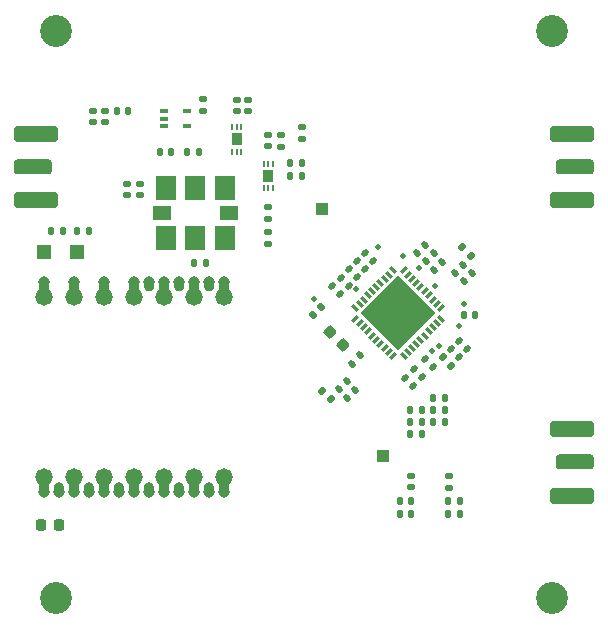
<source format=gts>
%TF.GenerationSoftware,KiCad,Pcbnew,9.0.0*%
%TF.CreationDate,2025-03-30T18:56:19-05:00*%
%TF.ProjectId,radar-synth,72616461-722d-4737-996e-74682e6b6963,rev?*%
%TF.SameCoordinates,Original*%
%TF.FileFunction,Soldermask,Top*%
%TF.FilePolarity,Negative*%
%FSLAX45Y45*%
G04 Gerber Fmt 4.5, Leading zero omitted, Abs format (unit mm)*
G04 Created by KiCad (PCBNEW 9.0.0) date 2025-03-30 18:56:19*
%MOMM*%
%LPD*%
G01*
G04 APERTURE LIST*
G04 Aperture macros list*
%AMRoundRect*
0 Rectangle with rounded corners*
0 $1 Rounding radius*
0 $2 $3 $4 $5 $6 $7 $8 $9 X,Y pos of 4 corners*
0 Add a 4 corners polygon primitive as box body*
4,1,4,$2,$3,$4,$5,$6,$7,$8,$9,$2,$3,0*
0 Add four circle primitives for the rounded corners*
1,1,$1+$1,$2,$3*
1,1,$1+$1,$4,$5*
1,1,$1+$1,$6,$7*
1,1,$1+$1,$8,$9*
0 Add four rect primitives between the rounded corners*
20,1,$1+$1,$2,$3,$4,$5,0*
20,1,$1+$1,$4,$5,$6,$7,0*
20,1,$1+$1,$6,$7,$8,$9,0*
20,1,$1+$1,$8,$9,$2,$3,0*%
%AMRotRect*
0 Rectangle, with rotation*
0 The origin of the aperture is its center*
0 $1 length*
0 $2 width*
0 $3 Rotation angle, in degrees counterclockwise*
0 Add horizontal line*
21,1,$1,$2,0,0,$3*%
G04 Aperture macros list end*
%ADD10C,0.000000*%
%ADD11RoundRect,0.140000X0.219203X0.021213X0.021213X0.219203X-0.219203X-0.021213X-0.021213X-0.219203X0*%
%ADD12RoundRect,0.140000X-0.140000X-0.170000X0.140000X-0.170000X0.140000X0.170000X-0.140000X0.170000X0*%
%ADD13RoundRect,0.140000X0.021213X-0.219203X0.219203X-0.021213X-0.021213X0.219203X-0.219203X0.021213X0*%
%ADD14RoundRect,0.140000X0.140000X0.170000X-0.140000X0.170000X-0.140000X-0.170000X0.140000X-0.170000X0*%
%ADD15RoundRect,0.140000X-0.219203X-0.021213X-0.021213X-0.219203X0.219203X0.021213X0.021213X0.219203X0*%
%ADD16C,2.700000*%
%ADD17R,1.000000X1.000000*%
%ADD18RoundRect,0.135000X0.185000X-0.135000X0.185000X0.135000X-0.185000X0.135000X-0.185000X-0.135000X0*%
%ADD19R,1.700000X2.150000*%
%ADD20R,1.550000X1.300000*%
%ADD21RoundRect,0.140000X0.170000X-0.140000X0.170000X0.140000X-0.170000X0.140000X-0.170000X-0.140000X0*%
%ADD22RoundRect,0.140000X-0.021213X0.219203X-0.219203X0.021213X0.021213X-0.219203X0.219203X-0.021213X0*%
%ADD23RoundRect,0.250000X1.350000X-0.385000X1.350000X0.385000X-1.350000X0.385000X-1.350000X-0.385000X0*%
%ADD24RoundRect,0.250000X1.600000X-0.425000X1.600000X0.425000X-1.600000X0.425000X-1.600000X-0.425000X0*%
%ADD25RoundRect,0.147500X-0.147500X-0.172500X0.147500X-0.172500X0.147500X0.172500X-0.147500X0.172500X0*%
%ADD26RoundRect,0.250000X-1.350000X0.385000X-1.350000X-0.385000X1.350000X-0.385000X1.350000X0.385000X0*%
%ADD27RoundRect,0.250000X-1.600000X0.425000X-1.600000X-0.425000X1.600000X-0.425000X1.600000X0.425000X0*%
%ADD28RoundRect,0.140000X-0.170000X0.140000X-0.170000X-0.140000X0.170000X-0.140000X0.170000X0.140000X0*%
%ADD29C,0.976200*%
%ADD30C,1.476200*%
%ADD31RoundRect,0.135000X-0.226274X-0.035355X-0.035355X-0.226274X0.226274X0.035355X0.035355X0.226274X0*%
%ADD32R,0.203200X0.609600*%
%ADD33R,0.889000X1.092200*%
%ADD34RotRect,0.249999X0.599999X135.000000*%
%ADD35RotRect,0.249999X0.599999X45.000000*%
%ADD36RotRect,4.500001X4.500001X45.000000*%
%ADD37C,0.499999*%
%ADD38RoundRect,0.147500X0.172500X-0.147500X0.172500X0.147500X-0.172500X0.147500X-0.172500X-0.147500X0*%
%ADD39R,1.200000X1.200000*%
%ADD40RoundRect,0.135000X-0.135000X-0.185000X0.135000X-0.185000X0.135000X0.185000X-0.135000X0.185000X0*%
%ADD41RoundRect,0.135000X0.135000X0.185000X-0.135000X0.185000X-0.135000X-0.185000X0.135000X-0.185000X0*%
%ADD42RoundRect,0.225000X0.335876X0.017678X0.017678X0.335876X-0.335876X-0.017678X-0.017678X-0.335876X0*%
%ADD43RoundRect,0.218750X-0.218750X-0.256250X0.218750X-0.256250X0.218750X0.256250X-0.218750X0.256250X0*%
%ADD44RoundRect,0.135000X0.035355X-0.226274X0.226274X-0.035355X-0.035355X0.226274X-0.226274X0.035355X0*%
%ADD45RoundRect,0.100000X-0.225000X-0.100000X0.225000X-0.100000X0.225000X0.100000X-0.225000X0.100000X0*%
%ADD46C,0.500000*%
G04 APERTURE END LIST*
%TO.C,U3*%
G36*
X13845180Y-7704280D02*
G01*
X13754820Y-7704280D01*
X13754820Y-7617920D01*
X13845180Y-7617920D01*
X13845180Y-7704280D01*
G37*
G36*
X13845180Y-9406080D02*
G01*
X13754820Y-9406080D01*
X13754820Y-9319720D01*
X13845180Y-9319720D01*
X13845180Y-9406080D01*
G37*
G36*
X14099180Y-7704280D02*
G01*
X14008820Y-7704280D01*
X14008820Y-7617920D01*
X14099180Y-7617920D01*
X14099180Y-7704280D01*
G37*
G36*
X14099180Y-9406080D02*
G01*
X14008820Y-9406080D01*
X14008820Y-9319720D01*
X14099180Y-9319720D01*
X14099180Y-9406080D01*
G37*
G36*
X14353180Y-7704280D02*
G01*
X14262820Y-7704280D01*
X14262820Y-7617920D01*
X14353180Y-7617920D01*
X14353180Y-7704280D01*
G37*
G36*
X14353180Y-9406080D02*
G01*
X14262820Y-9406080D01*
X14262820Y-9319720D01*
X14353180Y-9319720D01*
X14353180Y-9406080D01*
G37*
G36*
X14607180Y-7704280D02*
G01*
X14516820Y-7704280D01*
X14516820Y-7617920D01*
X14607180Y-7617920D01*
X14607180Y-7704280D01*
G37*
G36*
X14607180Y-9406080D02*
G01*
X14516820Y-9406080D01*
X14516820Y-9319720D01*
X14607180Y-9319720D01*
X14607180Y-9406080D01*
G37*
G36*
X14861180Y-7704280D02*
G01*
X14770820Y-7704280D01*
X14770820Y-7617920D01*
X14861180Y-7617920D01*
X14861180Y-7704280D01*
G37*
G36*
X14861180Y-9406080D02*
G01*
X14770820Y-9406080D01*
X14770820Y-9319720D01*
X14861180Y-9319720D01*
X14861180Y-9406080D01*
G37*
G36*
X15115180Y-7704280D02*
G01*
X15024820Y-7704280D01*
X15024820Y-7617920D01*
X15115180Y-7617920D01*
X15115180Y-7704280D01*
G37*
G36*
X15115180Y-9406080D02*
G01*
X15024820Y-9406080D01*
X15024820Y-9319720D01*
X15115180Y-9319720D01*
X15115180Y-9406080D01*
G37*
G36*
X15369180Y-7704280D02*
G01*
X15278820Y-7704280D01*
X15278820Y-7617920D01*
X15369180Y-7617920D01*
X15369180Y-7704280D01*
G37*
G36*
X15369180Y-9406080D02*
G01*
X15278820Y-9406080D01*
X15278820Y-9319720D01*
X15369180Y-9319720D01*
X15369180Y-9406080D01*
G37*
D10*
G36*
X13942363Y-9321773D02*
G01*
X13954418Y-9327916D01*
X13964278Y-9337776D01*
X13972180Y-9362095D01*
X13972180Y-9406080D01*
X13881820Y-9406080D01*
X13881820Y-9362500D01*
X13883873Y-9349537D01*
X13890015Y-9337482D01*
X13899876Y-9327622D01*
X13924195Y-9319720D01*
X13929400Y-9319720D01*
X13942363Y-9321773D01*
G37*
G36*
X14196363Y-9321773D02*
G01*
X14208418Y-9327916D01*
X14218278Y-9337776D01*
X14226180Y-9362095D01*
X14226180Y-9406080D01*
X14135820Y-9406080D01*
X14135820Y-9362500D01*
X14137873Y-9349537D01*
X14144015Y-9337482D01*
X14153876Y-9327622D01*
X14178195Y-9319720D01*
X14183400Y-9319720D01*
X14196363Y-9321773D01*
G37*
G36*
X14450363Y-9321773D02*
G01*
X14462418Y-9327916D01*
X14472278Y-9337776D01*
X14480180Y-9362095D01*
X14480180Y-9406080D01*
X14389820Y-9406080D01*
X14389820Y-9362500D01*
X14391873Y-9349537D01*
X14398015Y-9337482D01*
X14407876Y-9327622D01*
X14432195Y-9319720D01*
X14437400Y-9319720D01*
X14450363Y-9321773D01*
G37*
G36*
X14704363Y-9321773D02*
G01*
X14716418Y-9327916D01*
X14726278Y-9337776D01*
X14734180Y-9362095D01*
X14734180Y-9406080D01*
X14643820Y-9406080D01*
X14643820Y-9362500D01*
X14645873Y-9349537D01*
X14652015Y-9337482D01*
X14661876Y-9327622D01*
X14686195Y-9319720D01*
X14691400Y-9319720D01*
X14704363Y-9321773D01*
G37*
G36*
X14734180Y-7661500D02*
G01*
X14732127Y-7674463D01*
X14725984Y-7686518D01*
X14716124Y-7696378D01*
X14691805Y-7704280D01*
X14686600Y-7704280D01*
X14673637Y-7702227D01*
X14661582Y-7696084D01*
X14651722Y-7686224D01*
X14643820Y-7661905D01*
X14643820Y-7617920D01*
X14734180Y-7617920D01*
X14734180Y-7661500D01*
G37*
G36*
X14958363Y-9321773D02*
G01*
X14970418Y-9327916D01*
X14980278Y-9337776D01*
X14988180Y-9362095D01*
X14988180Y-9406080D01*
X14897820Y-9406080D01*
X14897820Y-9362500D01*
X14899873Y-9349537D01*
X14906015Y-9337482D01*
X14915876Y-9327622D01*
X14940195Y-9319720D01*
X14945400Y-9319720D01*
X14958363Y-9321773D01*
G37*
G36*
X14988180Y-7661500D02*
G01*
X14986127Y-7674463D01*
X14979984Y-7686518D01*
X14970124Y-7696378D01*
X14945805Y-7704280D01*
X14940600Y-7704280D01*
X14927637Y-7702227D01*
X14915582Y-7696084D01*
X14905722Y-7686224D01*
X14897820Y-7661905D01*
X14897820Y-7617920D01*
X14988180Y-7617920D01*
X14988180Y-7661500D01*
G37*
G36*
X15212363Y-9321773D02*
G01*
X15224418Y-9327916D01*
X15234278Y-9337776D01*
X15242180Y-9362095D01*
X15242180Y-9406080D01*
X15151820Y-9406080D01*
X15151820Y-9362500D01*
X15153873Y-9349537D01*
X15160015Y-9337482D01*
X15169876Y-9327622D01*
X15194195Y-9319720D01*
X15199400Y-9319720D01*
X15212363Y-9321773D01*
G37*
G36*
X15242180Y-7661500D02*
G01*
X15240127Y-7674463D01*
X15233984Y-7686518D01*
X15224124Y-7696378D01*
X15199805Y-7704280D01*
X15194600Y-7704280D01*
X15181637Y-7702227D01*
X15169582Y-7696084D01*
X15159722Y-7686224D01*
X15151820Y-7661905D01*
X15151820Y-7617920D01*
X15242180Y-7617920D01*
X15242180Y-7661500D01*
G37*
%TD*%
D11*
%TO.C,C6*%
X16448941Y-7583941D03*
X16381059Y-7516059D03*
%TD*%
D12*
%TO.C,C41*%
X17224000Y-9590000D03*
X17320000Y-9590000D03*
%TD*%
D13*
%TO.C,C21*%
X17356059Y-7613941D03*
X17423941Y-7546059D03*
%TD*%
D14*
%TO.C,C4*%
X16908000Y-9590000D03*
X16812000Y-9590000D03*
%TD*%
D15*
%TO.C,C14*%
X16931059Y-8361059D03*
X16998941Y-8428941D03*
%TD*%
D13*
%TO.C,C16*%
X16296059Y-8533941D03*
X16363941Y-8466059D03*
%TD*%
D16*
%TO.C,H1*%
X13900000Y-5500000D03*
%TD*%
D17*
%TO.C,TP1*%
X16150000Y-7010000D03*
%TD*%
D11*
%TO.C,C27*%
X16518941Y-7513941D03*
X16451059Y-7446059D03*
%TD*%
D18*
%TO.C,R23*%
X15700000Y-7091000D03*
X15700000Y-6989000D03*
%TD*%
D15*
%TO.C,C22*%
X17246059Y-8191059D03*
X17313941Y-8258941D03*
%TD*%
D16*
%TO.C,H3*%
X18100000Y-10300000D03*
%TD*%
D19*
%TO.C,U5*%
X14830000Y-7250000D03*
X15080000Y-7250000D03*
X15330000Y-7250000D03*
X15330000Y-6830000D03*
X15080000Y-6830000D03*
X14830000Y-6830000D03*
D20*
X14795000Y-7040000D03*
X15365000Y-7040000D03*
%TD*%
D21*
%TO.C,C38*%
X14316000Y-6270000D03*
X14316000Y-6174000D03*
%TD*%
D22*
%TO.C,C18*%
X16473941Y-8246059D03*
X16406059Y-8313941D03*
%TD*%
D23*
%TO.C,J4*%
X18296000Y-6650000D03*
D24*
X18271000Y-6367500D03*
X18271000Y-6932500D03*
%TD*%
D13*
%TO.C,C17*%
X16366059Y-8603941D03*
X16433941Y-8536059D03*
%TD*%
D25*
%TO.C,FB1*%
X13861500Y-7190000D03*
X13958500Y-7190000D03*
%TD*%
D15*
%TO.C,C23*%
X17311059Y-8126059D03*
X17378941Y-8193941D03*
%TD*%
D21*
%TO.C,C37*%
X15810000Y-6478000D03*
X15810000Y-6382000D03*
%TD*%
D26*
%TO.C,J3*%
X13710000Y-6650000D03*
D27*
X13735000Y-6932500D03*
X13735000Y-6367500D03*
%TD*%
D23*
%TO.C,J5*%
X18296000Y-9150000D03*
D24*
X18271000Y-8867500D03*
X18271000Y-9432500D03*
%TD*%
D28*
%TO.C,C34*%
X15430000Y-6082000D03*
X15430000Y-6178000D03*
%TD*%
D29*
%TO.C,U3*%
X13800000Y-9401000D03*
D30*
X13800000Y-9274000D03*
D29*
X14054000Y-9401000D03*
D30*
X14054000Y-9274000D03*
D29*
X14308000Y-9401000D03*
D30*
X14308000Y-9274000D03*
D29*
X14562000Y-9401000D03*
D30*
X14562000Y-9274000D03*
D29*
X14816000Y-9401000D03*
D30*
X14816000Y-9274000D03*
D29*
X15070000Y-9401000D03*
D30*
X15070000Y-9274000D03*
D29*
X15324000Y-9401000D03*
D30*
X15324000Y-9274000D03*
X15324000Y-7750000D03*
D29*
X15324000Y-7623000D03*
D30*
X15070000Y-7750000D03*
D29*
X15070000Y-7623000D03*
D30*
X14816000Y-7750000D03*
D29*
X14816000Y-7623000D03*
D30*
X14562000Y-7750000D03*
D29*
X14562000Y-7623000D03*
D30*
X14308000Y-7750000D03*
D29*
X14308000Y-7623000D03*
D30*
X14054000Y-7750000D03*
D29*
X14054000Y-7623000D03*
D30*
X13800000Y-7750000D03*
D29*
X13800000Y-7623000D03*
X13927000Y-9401000D03*
X14181000Y-9401000D03*
X14435000Y-9401000D03*
X14689000Y-9401000D03*
X14943000Y-9401000D03*
X15197000Y-9401000D03*
X15197000Y-7623000D03*
X14943000Y-7623000D03*
X14689000Y-7623000D03*
%TD*%
D16*
%TO.C,H4*%
X13900000Y-10300000D03*
%TD*%
D28*
%TO.C,C35*%
X15700000Y-6380000D03*
X15700000Y-6476000D03*
%TD*%
D31*
%TO.C,R7*%
X17173938Y-8258938D03*
X17246062Y-8331062D03*
%TD*%
D32*
%TO.C,U7*%
X15390000Y-6520000D03*
X15430000Y-6520000D03*
X15470000Y-6520000D03*
X15470000Y-6314260D03*
X15430000Y-6314260D03*
X15390000Y-6314260D03*
D33*
X15430000Y-6417130D03*
%TD*%
D14*
%TO.C,C40*%
X17320000Y-9480000D03*
X17224000Y-9480000D03*
%TD*%
D12*
%TO.C,C13*%
X17357000Y-7900000D03*
X17453000Y-7900000D03*
%TD*%
D34*
%TO.C,U2*%
X16435840Y-7935962D03*
X16471195Y-7971317D03*
X16506550Y-8006672D03*
X16541906Y-8042028D03*
X16577261Y-8077383D03*
X16612617Y-8112738D03*
X16647972Y-8148094D03*
X16683327Y-8183449D03*
X16718682Y-8218804D03*
X16754038Y-8254160D03*
D35*
X16845962Y-8254160D03*
X16881317Y-8218805D03*
X16916672Y-8183449D03*
X16952028Y-8148094D03*
X16987383Y-8112738D03*
X17022738Y-8077383D03*
X17058094Y-8042028D03*
X17093449Y-8006672D03*
X17128804Y-7971317D03*
X17164160Y-7935962D03*
D34*
X17164160Y-7844038D03*
X17128804Y-7808682D03*
X17093449Y-7773327D03*
X17058094Y-7737972D03*
X17022738Y-7702617D03*
X16987383Y-7667261D03*
X16952028Y-7631906D03*
X16916672Y-7596550D03*
X16881317Y-7561195D03*
X16845962Y-7525840D03*
D35*
X16754038Y-7525840D03*
X16718682Y-7561195D03*
X16683327Y-7596550D03*
X16647972Y-7631906D03*
X16612617Y-7667261D03*
X16577261Y-7702617D03*
X16541906Y-7737972D03*
X16506550Y-7773327D03*
X16471195Y-7808683D03*
X16435840Y-7844038D03*
D36*
X16800000Y-7890000D03*
D37*
X16606959Y-7979802D03*
X16710197Y-8083040D03*
X16606959Y-7800197D03*
X16696762Y-7890000D03*
X16800000Y-7993238D03*
X16889802Y-8083040D03*
X16710197Y-7696959D03*
X16800000Y-7786762D03*
X16903238Y-7890000D03*
X16993040Y-7979802D03*
X16889802Y-7696959D03*
X16993040Y-7800197D03*
%TD*%
D28*
%TO.C,C33*%
X14610000Y-6792000D03*
X14610000Y-6888000D03*
%TD*%
D15*
%TO.C,C11*%
X17026059Y-8276059D03*
X17093941Y-8343941D03*
%TD*%
D17*
%TO.C,TP2*%
X16670000Y-9100000D03*
%TD*%
D38*
%TO.C,FB2*%
X16911000Y-9361500D03*
X16911000Y-9264500D03*
%TD*%
D39*
%TO.C,D1*%
X13800000Y-7370000D03*
X14080000Y-7370000D03*
%TD*%
D14*
%TO.C,C24*%
X17193000Y-8610000D03*
X17097000Y-8610000D03*
%TD*%
D40*
%TO.C,R21*%
X15009000Y-6520000D03*
X15111000Y-6520000D03*
%TD*%
D13*
%TO.C,C20*%
X17281059Y-7543941D03*
X17348941Y-7476059D03*
%TD*%
D28*
%TO.C,C39*%
X14213000Y-6174000D03*
X14213000Y-6270000D03*
%TD*%
D41*
%TO.C,R15*%
X17001000Y-8710000D03*
X16899000Y-8710000D03*
%TD*%
D32*
%TO.C,U6*%
X15660000Y-6827950D03*
X15700000Y-6827950D03*
X15740000Y-6827950D03*
X15740000Y-6622210D03*
X15700000Y-6622210D03*
X15660000Y-6622210D03*
D33*
X15700000Y-6725080D03*
%TD*%
D42*
%TO.C,C12*%
X16334801Y-8154801D03*
X16225199Y-8045199D03*
%TD*%
D11*
%TO.C,C7*%
X16378941Y-7653941D03*
X16311059Y-7586059D03*
%TD*%
D15*
%TO.C,C5*%
X16856059Y-8436059D03*
X16923941Y-8503941D03*
%TD*%
D18*
%TO.C,R26*%
X15700000Y-7298500D03*
X15700000Y-7196500D03*
%TD*%
D13*
%TO.C,C10*%
X16961059Y-7378941D03*
X17028941Y-7311059D03*
%TD*%
D38*
%TO.C,FB3*%
X17227000Y-9364500D03*
X17227000Y-9267500D03*
%TD*%
D31*
%TO.C,R5*%
X16153938Y-8543938D03*
X16226062Y-8616062D03*
%TD*%
D11*
%TO.C,C19*%
X16588941Y-7443941D03*
X16521059Y-7376059D03*
%TD*%
D14*
%TO.C,C25*%
X17193000Y-8710000D03*
X17097000Y-8710000D03*
%TD*%
D40*
%TO.C,R25*%
X15879000Y-6730000D03*
X15981000Y-6730000D03*
%TD*%
D25*
%TO.C,FB4*%
X14414500Y-6179000D03*
X14511500Y-6179000D03*
%TD*%
D43*
%TO.C,D2*%
X13771250Y-9680000D03*
X13928750Y-9680000D03*
%TD*%
D21*
%TO.C,C32*%
X14500000Y-6888000D03*
X14500000Y-6792000D03*
%TD*%
D12*
%TO.C,C31*%
X14782000Y-6520000D03*
X14878000Y-6520000D03*
%TD*%
D44*
%TO.C,R14*%
X16073938Y-7906062D03*
X16146062Y-7833938D03*
%TD*%
D16*
%TO.C,H2*%
X18100000Y-5500000D03*
%TD*%
D41*
%TO.C,R20*%
X15170000Y-7459000D03*
X15068000Y-7459000D03*
%TD*%
D14*
%TO.C,C1*%
X14178000Y-7190000D03*
X14082000Y-7190000D03*
%TD*%
D41*
%TO.C,R17*%
X17001000Y-8910000D03*
X16899000Y-8910000D03*
%TD*%
D13*
%TO.C,C9*%
X17101059Y-7518941D03*
X17168941Y-7451059D03*
%TD*%
D21*
%TO.C,C30*%
X15150000Y-6173000D03*
X15150000Y-6077000D03*
%TD*%
D18*
%TO.C,R24*%
X15980000Y-6416000D03*
X15980000Y-6314000D03*
%TD*%
D21*
%TO.C,C36*%
X15530000Y-6178000D03*
X15530000Y-6082000D03*
%TD*%
D22*
%TO.C,C15*%
X17098941Y-7381059D03*
X17031059Y-7448941D03*
%TD*%
D31*
%TO.C,R6*%
X17338938Y-7328938D03*
X17411062Y-7401062D03*
%TD*%
D14*
%TO.C,C26*%
X16998000Y-8810000D03*
X16902000Y-8810000D03*
%TD*%
D45*
%TO.C,U4*%
X14820000Y-6175000D03*
X14820000Y-6240000D03*
X14820000Y-6305000D03*
X15010000Y-6305000D03*
X15010000Y-6175000D03*
%TD*%
D41*
%TO.C,R16*%
X17196000Y-8810000D03*
X17094000Y-8810000D03*
%TD*%
D12*
%TO.C,C3*%
X16812000Y-9475000D03*
X16908000Y-9475000D03*
%TD*%
D11*
%TO.C,C8*%
X16308941Y-7723941D03*
X16241059Y-7656059D03*
%TD*%
D41*
%TO.C,R22*%
X15981000Y-6620000D03*
X15879000Y-6620000D03*
%TD*%
D46*
X16444000Y-7687000D03*
X17355519Y-7813902D03*
X16085000Y-7770000D03*
X17145000Y-8165000D03*
X17310000Y-7995000D03*
X17107259Y-7656350D03*
X16840000Y-7400000D03*
X16630000Y-7330000D03*
X17087883Y-8205469D03*
X16975000Y-7505000D03*
M02*

</source>
